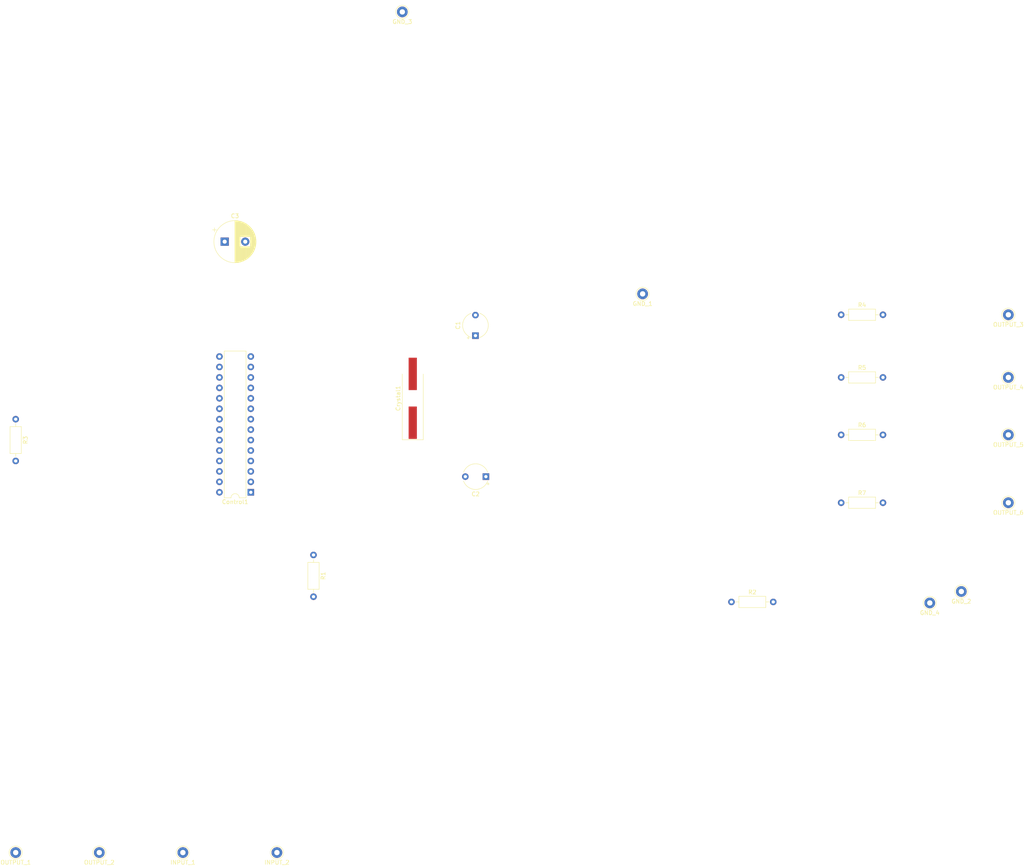
<source format=kicad_pcb>
(kicad_pcb (version 20171130) (host pcbnew "(5.1.6-0-10_14)")

  (general
    (thickness 1.6)
    (drawings 0)
    (tracks 0)
    (zones 0)
    (modules 24)
    (nets 31)
  )

  (page A4)
  (layers
    (0 F.Cu signal)
    (31 B.Cu signal)
    (32 B.Adhes user)
    (33 F.Adhes user)
    (34 B.Paste user)
    (35 F.Paste user)
    (36 B.SilkS user)
    (37 F.SilkS user)
    (38 B.Mask user)
    (39 F.Mask user)
    (40 Dwgs.User user)
    (41 Cmts.User user)
    (42 Eco1.User user)
    (43 Eco2.User user)
    (44 Edge.Cuts user)
    (45 Margin user)
    (46 B.CrtYd user)
    (47 F.CrtYd user)
    (48 B.Fab user)
    (49 F.Fab user)
  )

  (setup
    (last_trace_width 0.25)
    (trace_clearance 0.2)
    (zone_clearance 0.508)
    (zone_45_only no)
    (trace_min 0.2)
    (via_size 0.8)
    (via_drill 0.4)
    (via_min_size 0.4)
    (via_min_drill 0.3)
    (uvia_size 0.3)
    (uvia_drill 0.1)
    (uvias_allowed no)
    (uvia_min_size 0.2)
    (uvia_min_drill 0.1)
    (edge_width 0.05)
    (segment_width 0.2)
    (pcb_text_width 0.3)
    (pcb_text_size 1.5 1.5)
    (mod_edge_width 0.12)
    (mod_text_size 1 1)
    (mod_text_width 0.15)
    (pad_size 1.524 1.524)
    (pad_drill 0.762)
    (pad_to_mask_clearance 0.05)
    (aux_axis_origin 0 0)
    (visible_elements FFFFFF7F)
    (pcbplotparams
      (layerselection 0x010fc_ffffffff)
      (usegerberextensions false)
      (usegerberattributes true)
      (usegerberadvancedattributes true)
      (creategerberjobfile true)
      (excludeedgelayer true)
      (linewidth 0.100000)
      (plotframeref false)
      (viasonmask false)
      (mode 1)
      (useauxorigin false)
      (hpglpennumber 1)
      (hpglpenspeed 20)
      (hpglpendiameter 15.000000)
      (psnegative false)
      (psa4output false)
      (plotreference true)
      (plotvalue true)
      (plotinvisibletext false)
      (padsonsilk false)
      (subtractmaskfromsilk false)
      (outputformat 1)
      (mirror false)
      (drillshape 1)
      (scaleselection 1)
      (outputdirectory ""))
  )

  (net 0 "")
  (net 1 "Net-(C1-Pad1)")
  (net 2 GND)
  (net 3 "Net-(C2-Pad1)")
  (net 4 +5V)
  (net 5 "Net-(Control1-Pad1)")
  (net 6 D9)
  (net 7 RX)
  (net 8 D10)
  (net 9 TX)
  (net 10 D11)
  (net 11 D2)
  (net 12 D12)
  (net 13 D3)
  (net 14 D13)
  (net 15 D4)
  (net 16 "Net-(Control1-Pad21)")
  (net 17 A0)
  (net 18 A1)
  (net 19 D5)
  (net 20 A2)
  (net 21 D6)
  (net 22 A3)
  (net 23 D7)
  (net 24 A4)
  (net 25 D8)
  (net 26 A5)
  (net 27 "Net-(OUTPUT_3-Pad1)")
  (net 28 "Net-(OUTPUT_4-Pad1)")
  (net 29 "Net-(OUTPUT_5-Pad1)")
  (net 30 "Net-(OUTPUT_6-Pad1)")

  (net_class Default "This is the default net class."
    (clearance 0.2)
    (trace_width 0.25)
    (via_dia 0.8)
    (via_drill 0.4)
    (uvia_dia 0.3)
    (uvia_drill 0.1)
    (add_net +5V)
    (add_net A0)
    (add_net A1)
    (add_net A2)
    (add_net A3)
    (add_net A4)
    (add_net A5)
    (add_net D10)
    (add_net D11)
    (add_net D12)
    (add_net D13)
    (add_net D2)
    (add_net D3)
    (add_net D4)
    (add_net D5)
    (add_net D6)
    (add_net D7)
    (add_net D8)
    (add_net D9)
    (add_net GND)
    (add_net "Net-(C1-Pad1)")
    (add_net "Net-(C2-Pad1)")
    (add_net "Net-(Control1-Pad1)")
    (add_net "Net-(Control1-Pad21)")
    (add_net "Net-(OUTPUT_3-Pad1)")
    (add_net "Net-(OUTPUT_4-Pad1)")
    (add_net "Net-(OUTPUT_5-Pad1)")
    (add_net "Net-(OUTPUT_6-Pad1)")
    (add_net RX)
    (add_net TX)
  )

  (module Capacitor_THT:CP_Radial_Tantal_D6.0mm_P5.00mm (layer F.Cu) (tedit 5AE50EF0) (tstamp 5F5D9217)
    (at 140.97 62.23 90)
    (descr "CP, Radial_Tantal series, Radial, pin pitch=5.00mm, , diameter=6.0mm, Tantal Electrolytic Capacitor, http://cdn-reichelt.de/documents/datenblatt/B300/TANTAL-TB-Serie%23.pdf")
    (tags "CP Radial_Tantal series Radial pin pitch 5.00mm  diameter 6.0mm Tantal Electrolytic Capacitor")
    (path /5F5BF75C)
    (fp_text reference C1 (at 2.5 -4.25 90) (layer F.SilkS)
      (effects (font (size 1 1) (thickness 0.15)))
    )
    (fp_text value 22pF (at 2.5 4.25 90) (layer F.Fab)
      (effects (font (size 1 1) (thickness 0.15)))
    )
    (fp_line (start -0.539749 -2.055) (end -0.539749 -1.455) (layer F.SilkS) (width 0.12))
    (fp_line (start -0.839749 -1.755) (end -0.239749 -1.755) (layer F.SilkS) (width 0.12))
    (fp_line (start 0.235344 -1.6075) (end 0.235344 -1.0075) (layer F.Fab) (width 0.1))
    (fp_line (start -0.064656 -1.3075) (end 0.535344 -1.3075) (layer F.Fab) (width 0.1))
    (fp_circle (center 2.5 0) (end 6.22 0) (layer F.CrtYd) (width 0.05))
    (fp_circle (center 2.5 0) (end 5.5 0) (layer F.Fab) (width 0.1))
    (fp_arc (start 2.5 0) (end -0.434416 -1.06) (angle 140.277494) (layer F.SilkS) (width 0.12))
    (fp_arc (start 2.5 0) (end -0.434416 1.06) (angle -140.277494) (layer F.SilkS) (width 0.12))
    (fp_text user %R (at 2.5 0 90) (layer F.Fab)
      (effects (font (size 1 1) (thickness 0.15)))
    )
    (pad 1 thru_hole rect (at 0 0 90) (size 1.6 1.6) (drill 0.8) (layers *.Cu *.Mask)
      (net 1 "Net-(C1-Pad1)"))
    (pad 2 thru_hole circle (at 5 0 90) (size 1.6 1.6) (drill 0.8) (layers *.Cu *.Mask)
      (net 2 GND))
    (model ${KISYS3DMOD}/Capacitor_THT.3dshapes/CP_Radial_Tantal_D6.0mm_P5.00mm.wrl
      (at (xyz 0 0 0))
      (scale (xyz 1 1 1))
      (rotate (xyz 0 0 0))
    )
  )

  (module Capacitor_THT:CP_Radial_Tantal_D6.0mm_P5.00mm (layer F.Cu) (tedit 5AE50EF0) (tstamp 5F5D9226)
    (at 143.51 96.52 180)
    (descr "CP, Radial_Tantal series, Radial, pin pitch=5.00mm, , diameter=6.0mm, Tantal Electrolytic Capacitor, http://cdn-reichelt.de/documents/datenblatt/B300/TANTAL-TB-Serie%23.pdf")
    (tags "CP Radial_Tantal series Radial pin pitch 5.00mm  diameter 6.0mm Tantal Electrolytic Capacitor")
    (path /5F5BFA16)
    (fp_text reference C2 (at 2.5 -4.25) (layer F.SilkS)
      (effects (font (size 1 1) (thickness 0.15)))
    )
    (fp_text value 22pF (at 2.5 4.25) (layer F.Fab)
      (effects (font (size 1 1) (thickness 0.15)))
    )
    (fp_text user %R (at 2.5 0) (layer F.Fab)
      (effects (font (size 1 1) (thickness 0.15)))
    )
    (fp_arc (start 2.5 0) (end -0.434416 1.06) (angle -140.277494) (layer F.SilkS) (width 0.12))
    (fp_arc (start 2.5 0) (end -0.434416 -1.06) (angle 140.277494) (layer F.SilkS) (width 0.12))
    (fp_circle (center 2.5 0) (end 5.5 0) (layer F.Fab) (width 0.1))
    (fp_circle (center 2.5 0) (end 6.22 0) (layer F.CrtYd) (width 0.05))
    (fp_line (start -0.064656 -1.3075) (end 0.535344 -1.3075) (layer F.Fab) (width 0.1))
    (fp_line (start 0.235344 -1.6075) (end 0.235344 -1.0075) (layer F.Fab) (width 0.1))
    (fp_line (start -0.839749 -1.755) (end -0.239749 -1.755) (layer F.SilkS) (width 0.12))
    (fp_line (start -0.539749 -2.055) (end -0.539749 -1.455) (layer F.SilkS) (width 0.12))
    (pad 2 thru_hole circle (at 5 0 180) (size 1.6 1.6) (drill 0.8) (layers *.Cu *.Mask)
      (net 2 GND))
    (pad 1 thru_hole rect (at 0 0 180) (size 1.6 1.6) (drill 0.8) (layers *.Cu *.Mask)
      (net 3 "Net-(C2-Pad1)"))
    (model ${KISYS3DMOD}/Capacitor_THT.3dshapes/CP_Radial_Tantal_D6.0mm_P5.00mm.wrl
      (at (xyz 0 0 0))
      (scale (xyz 1 1 1))
      (rotate (xyz 0 0 0))
    )
  )

  (module Capacitor_THT:CP_Radial_D10.0mm_P5.00mm (layer F.Cu) (tedit 5AE50EF1) (tstamp 5F5D92F2)
    (at 80.01 39.37)
    (descr "CP, Radial series, Radial, pin pitch=5.00mm, , diameter=10mm, Electrolytic Capacitor")
    (tags "CP Radial series Radial pin pitch 5.00mm  diameter 10mm Electrolytic Capacitor")
    (path /5F5C003A)
    (fp_text reference C3 (at 2.5 -6.25) (layer F.SilkS)
      (effects (font (size 1 1) (thickness 0.15)))
    )
    (fp_text value 10uF (at 2.5 6.25) (layer F.Fab)
      (effects (font (size 1 1) (thickness 0.15)))
    )
    (fp_line (start -2.479646 -3.375) (end -2.479646 -2.375) (layer F.SilkS) (width 0.12))
    (fp_line (start -2.979646 -2.875) (end -1.979646 -2.875) (layer F.SilkS) (width 0.12))
    (fp_line (start 7.581 -0.599) (end 7.581 0.599) (layer F.SilkS) (width 0.12))
    (fp_line (start 7.541 -0.862) (end 7.541 0.862) (layer F.SilkS) (width 0.12))
    (fp_line (start 7.501 -1.062) (end 7.501 1.062) (layer F.SilkS) (width 0.12))
    (fp_line (start 7.461 -1.23) (end 7.461 1.23) (layer F.SilkS) (width 0.12))
    (fp_line (start 7.421 -1.378) (end 7.421 1.378) (layer F.SilkS) (width 0.12))
    (fp_line (start 7.381 -1.51) (end 7.381 1.51) (layer F.SilkS) (width 0.12))
    (fp_line (start 7.341 -1.63) (end 7.341 1.63) (layer F.SilkS) (width 0.12))
    (fp_line (start 7.301 -1.742) (end 7.301 1.742) (layer F.SilkS) (width 0.12))
    (fp_line (start 7.261 -1.846) (end 7.261 1.846) (layer F.SilkS) (width 0.12))
    (fp_line (start 7.221 -1.944) (end 7.221 1.944) (layer F.SilkS) (width 0.12))
    (fp_line (start 7.181 -2.037) (end 7.181 2.037) (layer F.SilkS) (width 0.12))
    (fp_line (start 7.141 -2.125) (end 7.141 2.125) (layer F.SilkS) (width 0.12))
    (fp_line (start 7.101 -2.209) (end 7.101 2.209) (layer F.SilkS) (width 0.12))
    (fp_line (start 7.061 -2.289) (end 7.061 2.289) (layer F.SilkS) (width 0.12))
    (fp_line (start 7.021 -2.365) (end 7.021 2.365) (layer F.SilkS) (width 0.12))
    (fp_line (start 6.981 -2.439) (end 6.981 2.439) (layer F.SilkS) (width 0.12))
    (fp_line (start 6.941 -2.51) (end 6.941 2.51) (layer F.SilkS) (width 0.12))
    (fp_line (start 6.901 -2.579) (end 6.901 2.579) (layer F.SilkS) (width 0.12))
    (fp_line (start 6.861 -2.645) (end 6.861 2.645) (layer F.SilkS) (width 0.12))
    (fp_line (start 6.821 -2.709) (end 6.821 2.709) (layer F.SilkS) (width 0.12))
    (fp_line (start 6.781 -2.77) (end 6.781 2.77) (layer F.SilkS) (width 0.12))
    (fp_line (start 6.741 -2.83) (end 6.741 2.83) (layer F.SilkS) (width 0.12))
    (fp_line (start 6.701 -2.889) (end 6.701 2.889) (layer F.SilkS) (width 0.12))
    (fp_line (start 6.661 -2.945) (end 6.661 2.945) (layer F.SilkS) (width 0.12))
    (fp_line (start 6.621 -3) (end 6.621 3) (layer F.SilkS) (width 0.12))
    (fp_line (start 6.581 -3.054) (end 6.581 3.054) (layer F.SilkS) (width 0.12))
    (fp_line (start 6.541 -3.106) (end 6.541 3.106) (layer F.SilkS) (width 0.12))
    (fp_line (start 6.501 -3.156) (end 6.501 3.156) (layer F.SilkS) (width 0.12))
    (fp_line (start 6.461 -3.206) (end 6.461 3.206) (layer F.SilkS) (width 0.12))
    (fp_line (start 6.421 -3.254) (end 6.421 3.254) (layer F.SilkS) (width 0.12))
    (fp_line (start 6.381 -3.301) (end 6.381 3.301) (layer F.SilkS) (width 0.12))
    (fp_line (start 6.341 -3.347) (end 6.341 3.347) (layer F.SilkS) (width 0.12))
    (fp_line (start 6.301 -3.392) (end 6.301 3.392) (layer F.SilkS) (width 0.12))
    (fp_line (start 6.261 -3.436) (end 6.261 3.436) (layer F.SilkS) (width 0.12))
    (fp_line (start 6.221 1.241) (end 6.221 3.478) (layer F.SilkS) (width 0.12))
    (fp_line (start 6.221 -3.478) (end 6.221 -1.241) (layer F.SilkS) (width 0.12))
    (fp_line (start 6.181 1.241) (end 6.181 3.52) (layer F.SilkS) (width 0.12))
    (fp_line (start 6.181 -3.52) (end 6.181 -1.241) (layer F.SilkS) (width 0.12))
    (fp_line (start 6.141 1.241) (end 6.141 3.561) (layer F.SilkS) (width 0.12))
    (fp_line (start 6.141 -3.561) (end 6.141 -1.241) (layer F.SilkS) (width 0.12))
    (fp_line (start 6.101 1.241) (end 6.101 3.601) (layer F.SilkS) (width 0.12))
    (fp_line (start 6.101 -3.601) (end 6.101 -1.241) (layer F.SilkS) (width 0.12))
    (fp_line (start 6.061 1.241) (end 6.061 3.64) (layer F.SilkS) (width 0.12))
    (fp_line (start 6.061 -3.64) (end 6.061 -1.241) (layer F.SilkS) (width 0.12))
    (fp_line (start 6.021 1.241) (end 6.021 3.679) (layer F.SilkS) (width 0.12))
    (fp_line (start 6.021 -3.679) (end 6.021 -1.241) (layer F.SilkS) (width 0.12))
    (fp_line (start 5.981 1.241) (end 5.981 3.716) (layer F.SilkS) (width 0.12))
    (fp_line (start 5.981 -3.716) (end 5.981 -1.241) (layer F.SilkS) (width 0.12))
    (fp_line (start 5.941 1.241) (end 5.941 3.753) (layer F.SilkS) (width 0.12))
    (fp_line (start 5.941 -3.753) (end 5.941 -1.241) (layer F.SilkS) (width 0.12))
    (fp_line (start 5.901 1.241) (end 5.901 3.789) (layer F.SilkS) (width 0.12))
    (fp_line (start 5.901 -3.789) (end 5.901 -1.241) (layer F.SilkS) (width 0.12))
    (fp_line (start 5.861 1.241) (end 5.861 3.824) (layer F.SilkS) (width 0.12))
    (fp_line (start 5.861 -3.824) (end 5.861 -1.241) (layer F.SilkS) (width 0.12))
    (fp_line (start 5.821 1.241) (end 5.821 3.858) (layer F.SilkS) (width 0.12))
    (fp_line (start 5.821 -3.858) (end 5.821 -1.241) (layer F.SilkS) (width 0.12))
    (fp_line (start 5.781 1.241) (end 5.781 3.892) (layer F.SilkS) (width 0.12))
    (fp_line (start 5.781 -3.892) (end 5.781 -1.241) (layer F.SilkS) (width 0.12))
    (fp_line (start 5.741 1.241) (end 5.741 3.925) (layer F.SilkS) (width 0.12))
    (fp_line (start 5.741 -3.925) (end 5.741 -1.241) (layer F.SilkS) (width 0.12))
    (fp_line (start 5.701 1.241) (end 5.701 3.957) (layer F.SilkS) (width 0.12))
    (fp_line (start 5.701 -3.957) (end 5.701 -1.241) (layer F.SilkS) (width 0.12))
    (fp_line (start 5.661 1.241) (end 5.661 3.989) (layer F.SilkS) (width 0.12))
    (fp_line (start 5.661 -3.989) (end 5.661 -1.241) (layer F.SilkS) (width 0.12))
    (fp_line (start 5.621 1.241) (end 5.621 4.02) (layer F.SilkS) (width 0.12))
    (fp_line (start 5.621 -4.02) (end 5.621 -1.241) (layer F.SilkS) (width 0.12))
    (fp_line (start 5.581 1.241) (end 5.581 4.05) (layer F.SilkS) (width 0.12))
    (fp_line (start 5.581 -4.05) (end 5.581 -1.241) (layer F.SilkS) (width 0.12))
    (fp_line (start 5.541 1.241) (end 5.541 4.08) (layer F.SilkS) (width 0.12))
    (fp_line (start 5.541 -4.08) (end 5.541 -1.241) (layer F.SilkS) (width 0.12))
    (fp_line (start 5.501 1.241) (end 5.501 4.11) (layer F.SilkS) (width 0.12))
    (fp_line (start 5.501 -4.11) (end 5.501 -1.241) (layer F.SilkS) (width 0.12))
    (fp_line (start 5.461 1.241) (end 5.461 4.138) (layer F.SilkS) (width 0.12))
    (fp_line (start 5.461 -4.138) (end 5.461 -1.241) (layer F.SilkS) (width 0.12))
    (fp_line (start 5.421 1.241) (end 5.421 4.166) (layer F.SilkS) (width 0.12))
    (fp_line (start 5.421 -4.166) (end 5.421 -1.241) (layer F.SilkS) (width 0.12))
    (fp_line (start 5.381 1.241) (end 5.381 4.194) (layer F.SilkS) (width 0.12))
    (fp_line (start 5.381 -4.194) (end 5.381 -1.241) (layer F.SilkS) (width 0.12))
    (fp_line (start 5.341 1.241) (end 5.341 4.221) (layer F.SilkS) (width 0.12))
    (fp_line (start 5.341 -4.221) (end 5.341 -1.241) (layer F.SilkS) (width 0.12))
    (fp_line (start 5.301 1.241) (end 5.301 4.247) (layer F.SilkS) (width 0.12))
    (fp_line (start 5.301 -4.247) (end 5.301 -1.241) (layer F.SilkS) (width 0.12))
    (fp_line (start 5.261 1.241) (end 5.261 4.273) (layer F.SilkS) (width 0.12))
    (fp_line (start 5.261 -4.273) (end 5.261 -1.241) (layer F.SilkS) (width 0.12))
    (fp_line (start 5.221 1.241) (end 5.221 4.298) (layer F.SilkS) (width 0.12))
    (fp_line (start 5.221 -4.298) (end 5.221 -1.241) (layer F.SilkS) (width 0.12))
    (fp_line (start 5.181 1.241) (end 5.181 4.323) (layer F.SilkS) (width 0.12))
    (fp_line (start 5.181 -4.323) (end 5.181 -1.241) (layer F.SilkS) (width 0.12))
    (fp_line (start 5.141 1.241) (end 5.141 4.347) (layer F.SilkS) (width 0.12))
    (fp_line (start 5.141 -4.347) (end 5.141 -1.241) (layer F.SilkS) (width 0.12))
    (fp_line (start 5.101 1.241) (end 5.101 4.371) (layer F.SilkS) (width 0.12))
    (fp_line (start 5.101 -4.371) (end 5.101 -1.241) (layer F.SilkS) (width 0.12))
    (fp_line (start 5.061 1.241) (end 5.061 4.395) (layer F.SilkS) (width 0.12))
    (fp_line (start 5.061 -4.395) (end 5.061 -1.241) (layer F.SilkS) (width 0.12))
    (fp_line (start 5.021 1.241) (end 5.021 4.417) (layer F.SilkS) (width 0.12))
    (fp_line (start 5.021 -4.417) (end 5.021 -1.241) (layer F.SilkS) (width 0.12))
    (fp_line (start 4.981 1.241) (end 4.981 4.44) (layer F.SilkS) (width 0.12))
    (fp_line (start 4.981 -4.44) (end 4.981 -1.241) (layer F.SilkS) (width 0.12))
    (fp_line (start 4.941 1.241) (end 4.941 4.462) (layer F.SilkS) (width 0.12))
    (fp_line (start 4.941 -4.462) (end 4.941 -1.241) (layer F.SilkS) (width 0.12))
    (fp_line (start 4.901 1.241) (end 4.901 4.483) (layer F.SilkS) (width 0.12))
    (fp_line (start 4.901 -4.483) (end 4.901 -1.241) (layer F.SilkS) (width 0.12))
    (fp_line (start 4.861 1.241) (end 4.861 4.504) (layer F.SilkS) (width 0.12))
    (fp_line (start 4.861 -4.504) (end 4.861 -1.241) (layer F.SilkS) (width 0.12))
    (fp_line (start 4.821 1.241) (end 4.821 4.525) (layer F.SilkS) (width 0.12))
    (fp_line (start 4.821 -4.525) (end 4.821 -1.241) (layer F.SilkS) (width 0.12))
    (fp_line (start 4.781 1.241) (end 4.781 4.545) (layer F.SilkS) (width 0.12))
    (fp_line (start 4.781 -4.545) (end 4.781 -1.241) (layer F.SilkS) (width 0.12))
    (fp_line (start 4.741 1.241) (end 4.741 4.564) (layer F.SilkS) (width 0.12))
    (fp_line (start 4.741 -4.564) (end 4.741 -1.241) (layer F.SilkS) (width 0.12))
    (fp_line (start 4.701 1.241) (end 4.701 4.584) (layer F.SilkS) (width 0.12))
    (fp_line (start 4.701 -4.584) (end 4.701 -1.241) (layer F.SilkS) (width 0.12))
    (fp_line (start 4.661 1.241) (end 4.661 4.603) (layer F.SilkS) (width 0.12))
    (fp_line (start 4.661 -4.603) (end 4.661 -1.241) (layer F.SilkS) (width 0.12))
    (fp_line (start 4.621 1.241) (end 4.621 4.621) (layer F.SilkS) (width 0.12))
    (fp_line (start 4.621 -4.621) (end 4.621 -1.241) (layer F.SilkS) (width 0.12))
    (fp_line (start 4.581 1.241) (end 4.581 4.639) (layer F.SilkS) (width 0.12))
    (fp_line (start 4.581 -4.639) (end 4.581 -1.241) (layer F.SilkS) (width 0.12))
    (fp_line (start 4.541 1.241) (end 4.541 4.657) (layer F.SilkS) (width 0.12))
    (fp_line (start 4.541 -4.657) (end 4.541 -1.241) (layer F.SilkS) (width 0.12))
    (fp_line (start 4.501 1.241) (end 4.501 4.674) (layer F.SilkS) (width 0.12))
    (fp_line (start 4.501 -4.674) (end 4.501 -1.241) (layer F.SilkS) (width 0.12))
    (fp_line (start 4.461 1.241) (end 4.461 4.69) (layer F.SilkS) (width 0.12))
    (fp_line (start 4.461 -4.69) (end 4.461 -1.241) (layer F.SilkS) (width 0.12))
    (fp_line (start 4.421 1.241) (end 4.421 4.707) (layer F.SilkS) (width 0.12))
    (fp_line (start 4.421 -4.707) (end 4.421 -1.241) (layer F.SilkS) (width 0.12))
    (fp_line (start 4.381 1.241) (end 4.381 4.723) (layer F.SilkS) (width 0.12))
    (fp_line (start 4.381 -4.723) (end 4.381 -1.241) (layer F.SilkS) (width 0.12))
    (fp_line (start 4.341 1.241) (end 4.341 4.738) (layer F.SilkS) (width 0.12))
    (fp_line (start 4.341 -4.738) (end 4.341 -1.241) (layer F.SilkS) (width 0.12))
    (fp_line (start 4.301 1.241) (end 4.301 4.754) (layer F.SilkS) (width 0.12))
    (fp_line (start 4.301 -4.754) (end 4.301 -1.241) (layer F.SilkS) (width 0.12))
    (fp_line (start 4.261 1.241) (end 4.261 4.768) (layer F.SilkS) (width 0.12))
    (fp_line (start 4.261 -4.768) (end 4.261 -1.241) (layer F.SilkS) (width 0.12))
    (fp_line (start 4.221 1.241) (end 4.221 4.783) (layer F.SilkS) (width 0.12))
    (fp_line (start 4.221 -4.783) (end 4.221 -1.241) (layer F.SilkS) (width 0.12))
    (fp_line (start 4.181 1.241) (end 4.181 4.797) (layer F.SilkS) (width 0.12))
    (fp_line (start 4.181 -4.797) (end 4.181 -1.241) (layer F.SilkS) (width 0.12))
    (fp_line (start 4.141 1.241) (end 4.141 4.811) (layer F.SilkS) (width 0.12))
    (fp_line (start 4.141 -4.811) (end 4.141 -1.241) (layer F.SilkS) (width 0.12))
    (fp_line (start 4.101 1.241) (end 4.101 4.824) (layer F.SilkS) (width 0.12))
    (fp_line (start 4.101 -4.824) (end 4.101 -1.241) (layer F.SilkS) (width 0.12))
    (fp_line (start 4.061 1.241) (end 4.061 4.837) (layer F.SilkS) (width 0.12))
    (fp_line (start 4.061 -4.837) (end 4.061 -1.241) (layer F.SilkS) (width 0.12))
    (fp_line (start 4.021 1.241) (end 4.021 4.85) (layer F.SilkS) (width 0.12))
    (fp_line (start 4.021 -4.85) (end 4.021 -1.241) (layer F.SilkS) (width 0.12))
    (fp_line (start 3.981 1.241) (end 3.981 4.862) (layer F.SilkS) (width 0.12))
    (fp_line (start 3.981 -4.862) (end 3.981 -1.241) (layer F.SilkS) (width 0.12))
    (fp_line (start 3.941 1.241) (end 3.941 4.874) (layer F.SilkS) (width 0.12))
    (fp_line (start 3.941 -4.874) (end 3.941 -1.241) (layer F.SilkS) (width 0.12))
    (fp_line (start 3.901 1.241) (end 3.901 4.885) (layer F.SilkS) (width 0.12))
    (fp_line (start 3.901 -4.885) (end 3.901 -1.241) (layer F.SilkS) (width 0.12))
    (fp_line (start 3.861 1.241) (end 3.861 4.897) (layer F.SilkS) (width 0.12))
    (fp_line (start 3.861 -4.897) (end 3.861 -1.241) (layer F.SilkS) (width 0.12))
    (fp_line (start 3.821 1.241) (end 3.821 4.907) (layer F.SilkS) (width 0.12))
    (fp_line (start 3.821 -4.907) (end 3.821 -1.241) (layer F.SilkS) (width 0.12))
    (fp_line (start 3.781 1.241) (end 3.781 4.918) (layer F.SilkS) (width 0.12))
    (fp_line (start 3.781 -4.918) (end 3.781 -1.241) (layer F.SilkS) (width 0.12))
    (fp_line (start 3.741 -4.928) (end 3.741 4.928) (layer F.SilkS) (width 0.12))
    (fp_line (start 3.701 -4.938) (end 3.701 4.938) (layer F.SilkS) (width 0.12))
    (fp_line (start 3.661 -4.947) (end 3.661 4.947) (layer F.SilkS) (width 0.12))
    (fp_line (start 3.621 -4.956) (end 3.621 4.956) (layer F.SilkS) (width 0.12))
    (fp_line (start 3.581 -4.965) (end 3.581 4.965) (layer F.SilkS) (width 0.12))
    (fp_line (start 3.541 -4.974) (end 3.541 4.974) (layer F.SilkS) (width 0.12))
    (fp_line (start 3.501 -4.982) (end 3.501 4.982) (layer F.SilkS) (width 0.12))
    (fp_line (start 3.461 -4.99) (end 3.461 4.99) (layer F.SilkS) (width 0.12))
    (fp_line (start 3.421 -4.997) (end 3.421 4.997) (layer F.SilkS) (width 0.12))
    (fp_line (start 3.381 -5.004) (end 3.381 5.004) (layer F.SilkS) (width 0.12))
    (fp_line (start 3.341 -5.011) (end 3.341 5.011) (layer F.SilkS) (width 0.12))
    (fp_line (start 3.301 -5.018) (end 3.301 5.018) (layer F.SilkS) (width 0.12))
    (fp_line (start 3.261 -5.024) (end 3.261 5.024) (layer F.SilkS) (width 0.12))
    (fp_line (start 3.221 -5.03) (end 3.221 5.03) (layer F.SilkS) (width 0.12))
    (fp_line (start 3.18 -5.035) (end 3.18 5.035) (layer F.SilkS) (width 0.12))
    (fp_line (start 3.14 -5.04) (end 3.14 5.04) (layer F.SilkS) (width 0.12))
    (fp_line (start 3.1 -5.045) (end 3.1 5.045) (layer F.SilkS) (width 0.12))
    (fp_line (start 3.06 -5.05) (end 3.06 5.05) (layer F.SilkS) (width 0.12))
    (fp_line (start 3.02 -5.054) (end 3.02 5.054) (layer F.SilkS) (width 0.12))
    (fp_line (start 2.98 -5.058) (end 2.98 5.058) (layer F.SilkS) (width 0.12))
    (fp_line (start 2.94 -5.062) (end 2.94 5.062) (layer F.SilkS) (width 0.12))
    (fp_line (start 2.9 -5.065) (end 2.9 5.065) (layer F.SilkS) (width 0.12))
    (fp_line (start 2.86 -5.068) (end 2.86 5.068) (layer F.SilkS) (width 0.12))
    (fp_line (start 2.82 -5.07) (end 2.82 5.07) (layer F.SilkS) (width 0.12))
    (fp_line (start 2.78 -5.073) (end 2.78 5.073) (layer F.SilkS) (width 0.12))
    (fp_line (start 2.74 -5.075) (end 2.74 5.075) (layer F.SilkS) (width 0.12))
    (fp_line (start 2.7 -5.077) (end 2.7 5.077) (layer F.SilkS) (width 0.12))
    (fp_line (start 2.66 -5.078) (end 2.66 5.078) (layer F.SilkS) (width 0.12))
    (fp_line (start 2.62 -5.079) (end 2.62 5.079) (layer F.SilkS) (width 0.12))
    (fp_line (start 2.58 -5.08) (end 2.58 5.08) (layer F.SilkS) (width 0.12))
    (fp_line (start 2.54 -5.08) (end 2.54 5.08) (layer F.SilkS) (width 0.12))
    (fp_line (start 2.5 -5.08) (end 2.5 5.08) (layer F.SilkS) (width 0.12))
    (fp_line (start -1.288861 -2.6875) (end -1.288861 -1.6875) (layer F.Fab) (width 0.1))
    (fp_line (start -1.788861 -2.1875) (end -0.788861 -2.1875) (layer F.Fab) (width 0.1))
    (fp_circle (center 2.5 0) (end 7.75 0) (layer F.CrtYd) (width 0.05))
    (fp_circle (center 2.5 0) (end 7.62 0) (layer F.SilkS) (width 0.12))
    (fp_circle (center 2.5 0) (end 7.5 0) (layer F.Fab) (width 0.1))
    (fp_text user %R (at 2.5 0) (layer F.Fab)
      (effects (font (size 1 1) (thickness 0.15)))
    )
    (pad 1 thru_hole rect (at 0 0) (size 2 2) (drill 1) (layers *.Cu *.Mask)
      (net 4 +5V))
    (pad 2 thru_hole circle (at 5 0) (size 2 2) (drill 1) (layers *.Cu *.Mask)
      (net 2 GND))
    (model ${KISYS3DMOD}/Capacitor_THT.3dshapes/CP_Radial_D10.0mm_P5.00mm.wrl
      (at (xyz 0 0 0))
      (scale (xyz 1 1 1))
      (rotate (xyz 0 0 0))
    )
  )

  (module Package_DIP:DIP-28_W7.62mm (layer F.Cu) (tedit 5A02E8C5) (tstamp 5F5D9322)
    (at 86.36 100.33 180)
    (descr "28-lead though-hole mounted DIP package, row spacing 7.62 mm (300 mils)")
    (tags "THT DIP DIL PDIP 2.54mm 7.62mm 300mil")
    (path /5F5BF002)
    (fp_text reference Control1 (at 3.81 -2.33) (layer F.SilkS)
      (effects (font (size 1 1) (thickness 0.15)))
    )
    (fp_text value ATmega328P-PU (at 3.81 35.35) (layer F.Fab)
      (effects (font (size 1 1) (thickness 0.15)))
    )
    (fp_line (start 8.7 -1.55) (end -1.1 -1.55) (layer F.CrtYd) (width 0.05))
    (fp_line (start 8.7 34.55) (end 8.7 -1.55) (layer F.CrtYd) (width 0.05))
    (fp_line (start -1.1 34.55) (end 8.7 34.55) (layer F.CrtYd) (width 0.05))
    (fp_line (start -1.1 -1.55) (end -1.1 34.55) (layer F.CrtYd) (width 0.05))
    (fp_line (start 6.46 -1.33) (end 4.81 -1.33) (layer F.SilkS) (width 0.12))
    (fp_line (start 6.46 34.35) (end 6.46 -1.33) (layer F.SilkS) (width 0.12))
    (fp_line (start 1.16 34.35) (end 6.46 34.35) (layer F.SilkS) (width 0.12))
    (fp_line (start 1.16 -1.33) (end 1.16 34.35) (layer F.SilkS) (width 0.12))
    (fp_line (start 2.81 -1.33) (end 1.16 -1.33) (layer F.SilkS) (width 0.12))
    (fp_line (start 0.635 -0.27) (end 1.635 -1.27) (layer F.Fab) (width 0.1))
    (fp_line (start 0.635 34.29) (end 0.635 -0.27) (layer F.Fab) (width 0.1))
    (fp_line (start 6.985 34.29) (end 0.635 34.29) (layer F.Fab) (width 0.1))
    (fp_line (start 6.985 -1.27) (end 6.985 34.29) (layer F.Fab) (width 0.1))
    (fp_line (start 1.635 -1.27) (end 6.985 -1.27) (layer F.Fab) (width 0.1))
    (fp_arc (start 3.81 -1.33) (end 2.81 -1.33) (angle -180) (layer F.SilkS) (width 0.12))
    (fp_text user %R (at 3.81 16.51) (layer F.Fab)
      (effects (font (size 1 1) (thickness 0.15)))
    )
    (pad 1 thru_hole rect (at 0 0 180) (size 1.6 1.6) (drill 0.8) (layers *.Cu *.Mask)
      (net 5 "Net-(Control1-Pad1)"))
    (pad 15 thru_hole oval (at 7.62 33.02 180) (size 1.6 1.6) (drill 0.8) (layers *.Cu *.Mask)
      (net 6 D9))
    (pad 2 thru_hole oval (at 0 2.54 180) (size 1.6 1.6) (drill 0.8) (layers *.Cu *.Mask)
      (net 7 RX))
    (pad 16 thru_hole oval (at 7.62 30.48 180) (size 1.6 1.6) (drill 0.8) (layers *.Cu *.Mask)
      (net 8 D10))
    (pad 3 thru_hole oval (at 0 5.08 180) (size 1.6 1.6) (drill 0.8) (layers *.Cu *.Mask)
      (net 9 TX))
    (pad 17 thru_hole oval (at 7.62 27.94 180) (size 1.6 1.6) (drill 0.8) (layers *.Cu *.Mask)
      (net 10 D11))
    (pad 4 thru_hole oval (at 0 7.62 180) (size 1.6 1.6) (drill 0.8) (layers *.Cu *.Mask)
      (net 11 D2))
    (pad 18 thru_hole oval (at 7.62 25.4 180) (size 1.6 1.6) (drill 0.8) (layers *.Cu *.Mask)
      (net 12 D12))
    (pad 5 thru_hole oval (at 0 10.16 180) (size 1.6 1.6) (drill 0.8) (layers *.Cu *.Mask)
      (net 13 D3))
    (pad 19 thru_hole oval (at 7.62 22.86 180) (size 1.6 1.6) (drill 0.8) (layers *.Cu *.Mask)
      (net 14 D13))
    (pad 6 thru_hole oval (at 0 12.7 180) (size 1.6 1.6) (drill 0.8) (layers *.Cu *.Mask)
      (net 15 D4))
    (pad 20 thru_hole oval (at 7.62 20.32 180) (size 1.6 1.6) (drill 0.8) (layers *.Cu *.Mask)
      (net 4 +5V))
    (pad 7 thru_hole oval (at 0 15.24 180) (size 1.6 1.6) (drill 0.8) (layers *.Cu *.Mask)
      (net 4 +5V))
    (pad 21 thru_hole oval (at 7.62 17.78 180) (size 1.6 1.6) (drill 0.8) (layers *.Cu *.Mask)
      (net 16 "Net-(Control1-Pad21)"))
    (pad 8 thru_hole oval (at 0 17.78 180) (size 1.6 1.6) (drill 0.8) (layers *.Cu *.Mask)
      (net 2 GND))
    (pad 22 thru_hole oval (at 7.62 15.24 180) (size 1.6 1.6) (drill 0.8) (layers *.Cu *.Mask)
      (net 2 GND))
    (pad 9 thru_hole oval (at 0 20.32 180) (size 1.6 1.6) (drill 0.8) (layers *.Cu *.Mask)
      (net 1 "Net-(C1-Pad1)"))
    (pad 23 thru_hole oval (at 7.62 12.7 180) (size 1.6 1.6) (drill 0.8) (layers *.Cu *.Mask)
      (net 17 A0))
    (pad 10 thru_hole oval (at 0 22.86 180) (size 1.6 1.6) (drill 0.8) (layers *.Cu *.Mask)
      (net 3 "Net-(C2-Pad1)"))
    (pad 24 thru_hole oval (at 7.62 10.16 180) (size 1.6 1.6) (drill 0.8) (layers *.Cu *.Mask)
      (net 18 A1))
    (pad 11 thru_hole oval (at 0 25.4 180) (size 1.6 1.6) (drill 0.8) (layers *.Cu *.Mask)
      (net 19 D5))
    (pad 25 thru_hole oval (at 7.62 7.62 180) (size 1.6 1.6) (drill 0.8) (layers *.Cu *.Mask)
      (net 20 A2))
    (pad 12 thru_hole oval (at 0 27.94 180) (size 1.6 1.6) (drill 0.8) (layers *.Cu *.Mask)
      (net 21 D6))
    (pad 26 thru_hole oval (at 7.62 5.08 180) (size 1.6 1.6) (drill 0.8) (layers *.Cu *.Mask)
      (net 22 A3))
    (pad 13 thru_hole oval (at 0 30.48 180) (size 1.6 1.6) (drill 0.8) (layers *.Cu *.Mask)
      (net 23 D7))
    (pad 27 thru_hole oval (at 7.62 2.54 180) (size 1.6 1.6) (drill 0.8) (layers *.Cu *.Mask)
      (net 24 A4))
    (pad 14 thru_hole oval (at 0 33.02 180) (size 1.6 1.6) (drill 0.8) (layers *.Cu *.Mask)
      (net 25 D8))
    (pad 28 thru_hole oval (at 7.62 0 180) (size 1.6 1.6) (drill 0.8) (layers *.Cu *.Mask)
      (net 26 A5))
    (model ${KISYS3DMOD}/Package_DIP.3dshapes/DIP-28_W7.62mm.wrl
      (at (xyz 0 0 0))
      (scale (xyz 1 1 1))
      (rotate (xyz 0 0 0))
    )
  )

  (module Crystal:Crystal_SMD_HC49-SD_HandSoldering (layer F.Cu) (tedit 5A1AD52C) (tstamp 5F5D9338)
    (at 125.73 77.47 90)
    (descr "SMD Crystal HC-49-SD http://cdn-reichelt.de/documents/datenblatt/B400/xxx-HC49-SMD.pdf, hand-soldering, 11.4x4.7mm^2 package")
    (tags "SMD SMT crystal hand-soldering")
    (path /5F5A2950)
    (attr smd)
    (fp_text reference Crystal1 (at 0 -3.55 90) (layer F.SilkS)
      (effects (font (size 1 1) (thickness 0.15)))
    )
    (fp_text value 16Mhz (at 0 3.55 90) (layer F.Fab)
      (effects (font (size 1 1) (thickness 0.15)))
    )
    (fp_line (start 10.2 -2.6) (end -10.2 -2.6) (layer F.CrtYd) (width 0.05))
    (fp_line (start 10.2 2.6) (end 10.2 -2.6) (layer F.CrtYd) (width 0.05))
    (fp_line (start -10.2 2.6) (end 10.2 2.6) (layer F.CrtYd) (width 0.05))
    (fp_line (start -10.2 -2.6) (end -10.2 2.6) (layer F.CrtYd) (width 0.05))
    (fp_line (start -10.075 2.55) (end 5.9 2.55) (layer F.SilkS) (width 0.12))
    (fp_line (start -10.075 -2.55) (end -10.075 2.55) (layer F.SilkS) (width 0.12))
    (fp_line (start 5.9 -2.55) (end -10.075 -2.55) (layer F.SilkS) (width 0.12))
    (fp_line (start -3.015 2.115) (end 3.015 2.115) (layer F.Fab) (width 0.1))
    (fp_line (start -3.015 -2.115) (end 3.015 -2.115) (layer F.Fab) (width 0.1))
    (fp_line (start 5.7 -2.35) (end -5.7 -2.35) (layer F.Fab) (width 0.1))
    (fp_line (start 5.7 2.35) (end 5.7 -2.35) (layer F.Fab) (width 0.1))
    (fp_line (start -5.7 2.35) (end 5.7 2.35) (layer F.Fab) (width 0.1))
    (fp_line (start -5.7 -2.35) (end -5.7 2.35) (layer F.Fab) (width 0.1))
    (fp_text user %R (at 0 0 90) (layer F.Fab)
      (effects (font (size 1 1) (thickness 0.15)))
    )
    (fp_arc (start -3.015 0) (end -3.015 -2.115) (angle -180) (layer F.Fab) (width 0.1))
    (fp_arc (start 3.015 0) (end 3.015 -2.115) (angle 180) (layer F.Fab) (width 0.1))
    (pad 1 smd rect (at -5.9375 0 90) (size 7.875 2) (layers F.Cu F.Paste F.Mask)
      (net 1 "Net-(C1-Pad1)"))
    (pad 2 smd rect (at 5.9375 0 90) (size 7.875 2) (layers F.Cu F.Paste F.Mask)
      (net 3 "Net-(C2-Pad1)"))
    (model ${KISYS3DMOD}/Crystal.3dshapes/Crystal_SMD_HC49-SD.wrl
      (at (xyz 0 0 0))
      (scale (xyz 1 1 1))
      (rotate (xyz 0 0 0))
    )
  )

  (module Connector_Pin:Pin_D1.3mm_L11.0mm (layer F.Cu) (tedit 5A1DC085) (tstamp 5F5D9342)
    (at 181.61 52.07)
    (descr "solder Pin_ diameter 1.3mm, hole diameter 1.3mm, length 11.0mm")
    (tags "solder Pin_ pressfit")
    (path /5F7C899F)
    (fp_text reference GND_1 (at 0 2.4) (layer F.SilkS)
      (effects (font (size 1 1) (thickness 0.15)))
    )
    (fp_text value 5v (at 0 -2.05) (layer F.Fab)
      (effects (font (size 1 1) (thickness 0.15)))
    )
    (fp_text user %R (at 0 2.4) (layer F.Fab)
      (effects (font (size 1 1) (thickness 0.15)))
    )
    (fp_circle (center 0 0) (end 1.8 0) (layer F.CrtYd) (width 0.05))
    (fp_circle (center 0 0) (end 0.65 -0.05) (layer F.Fab) (width 0.12))
    (fp_circle (center 0 0) (end 1.25 -0.05) (layer F.Fab) (width 0.12))
    (fp_circle (center 0 0) (end 1.6 0.05) (layer F.SilkS) (width 0.12))
    (pad 1 thru_hole circle (at 0 0) (size 2.6 2.6) (drill 1.3) (layers *.Cu *.Mask)
      (net 2 GND))
    (model ${KISYS3DMOD}/Connector_Pin.3dshapes/Pin_D1.3mm_L11.0mm.wrl
      (at (xyz 0 0 0))
      (scale (xyz 1 1 1))
      (rotate (xyz 0 0 0))
    )
  )

  (module Connector_Pin:Pin_D1.3mm_L11.0mm (layer F.Cu) (tedit 5A1DC085) (tstamp 5F5D934C)
    (at 259.08 124.46)
    (descr "solder Pin_ diameter 1.3mm, hole diameter 1.3mm, length 11.0mm")
    (tags "solder Pin_ pressfit")
    (path /5F7C842F)
    (fp_text reference GND_2 (at 0 2.4) (layer F.SilkS)
      (effects (font (size 1 1) (thickness 0.15)))
    )
    (fp_text value 5v (at 0 -2.05) (layer F.Fab)
      (effects (font (size 1 1) (thickness 0.15)))
    )
    (fp_circle (center 0 0) (end 1.6 0.05) (layer F.SilkS) (width 0.12))
    (fp_circle (center 0 0) (end 1.25 -0.05) (layer F.Fab) (width 0.12))
    (fp_circle (center 0 0) (end 0.65 -0.05) (layer F.Fab) (width 0.12))
    (fp_circle (center 0 0) (end 1.8 0) (layer F.CrtYd) (width 0.05))
    (fp_text user %R (at 0 2.4) (layer F.Fab)
      (effects (font (size 1 1) (thickness 0.15)))
    )
    (pad 1 thru_hole circle (at 0 0) (size 2.6 2.6) (drill 1.3) (layers *.Cu *.Mask)
      (net 2 GND))
    (model ${KISYS3DMOD}/Connector_Pin.3dshapes/Pin_D1.3mm_L11.0mm.wrl
      (at (xyz 0 0 0))
      (scale (xyz 1 1 1))
      (rotate (xyz 0 0 0))
    )
  )

  (module Connector_Pin:Pin_D1.3mm_L11.0mm (layer F.Cu) (tedit 5A1DC085) (tstamp 5F5D9356)
    (at 123.19 -16.51)
    (descr "solder Pin_ diameter 1.3mm, hole diameter 1.3mm, length 11.0mm")
    (tags "solder Pin_ pressfit")
    (path /5F7C7F52)
    (fp_text reference GND_3 (at 0 2.4) (layer F.SilkS)
      (effects (font (size 1 1) (thickness 0.15)))
    )
    (fp_text value 5v (at 0 -2.05) (layer F.Fab)
      (effects (font (size 1 1) (thickness 0.15)))
    )
    (fp_text user %R (at 0 2.4) (layer F.Fab)
      (effects (font (size 1 1) (thickness 0.15)))
    )
    (fp_circle (center 0 0) (end 1.8 0) (layer F.CrtYd) (width 0.05))
    (fp_circle (center 0 0) (end 0.65 -0.05) (layer F.Fab) (width 0.12))
    (fp_circle (center 0 0) (end 1.25 -0.05) (layer F.Fab) (width 0.12))
    (fp_circle (center 0 0) (end 1.6 0.05) (layer F.SilkS) (width 0.12))
    (pad 1 thru_hole circle (at 0 0) (size 2.6 2.6) (drill 1.3) (layers *.Cu *.Mask)
      (net 2 GND))
    (model ${KISYS3DMOD}/Connector_Pin.3dshapes/Pin_D1.3mm_L11.0mm.wrl
      (at (xyz 0 0 0))
      (scale (xyz 1 1 1))
      (rotate (xyz 0 0 0))
    )
  )

  (module Connector_Pin:Pin_D1.3mm_L11.0mm (layer F.Cu) (tedit 5A1DC085) (tstamp 5F5D9360)
    (at 251.415001 127.245001)
    (descr "solder Pin_ diameter 1.3mm, hole diameter 1.3mm, length 11.0mm")
    (tags "solder Pin_ pressfit")
    (path /5F7C7770)
    (fp_text reference GND_4 (at 0 2.4) (layer F.SilkS)
      (effects (font (size 1 1) (thickness 0.15)))
    )
    (fp_text value 5v (at 0 -2.05) (layer F.Fab)
      (effects (font (size 1 1) (thickness 0.15)))
    )
    (fp_circle (center 0 0) (end 1.6 0.05) (layer F.SilkS) (width 0.12))
    (fp_circle (center 0 0) (end 1.25 -0.05) (layer F.Fab) (width 0.12))
    (fp_circle (center 0 0) (end 0.65 -0.05) (layer F.Fab) (width 0.12))
    (fp_circle (center 0 0) (end 1.8 0) (layer F.CrtYd) (width 0.05))
    (fp_text user %R (at 0 2.4) (layer F.Fab)
      (effects (font (size 1 1) (thickness 0.15)))
    )
    (pad 1 thru_hole circle (at 0 0) (size 2.6 2.6) (drill 1.3) (layers *.Cu *.Mask)
      (net 2 GND))
    (model ${KISYS3DMOD}/Connector_Pin.3dshapes/Pin_D1.3mm_L11.0mm.wrl
      (at (xyz 0 0 0))
      (scale (xyz 1 1 1))
      (rotate (xyz 0 0 0))
    )
  )

  (module Connector_Pin:Pin_D1.3mm_L11.0mm (layer F.Cu) (tedit 5A1DC085) (tstamp 5F5D936A)
    (at 69.85 187.96)
    (descr "solder Pin_ diameter 1.3mm, hole diameter 1.3mm, length 11.0mm")
    (tags "solder Pin_ pressfit")
    (path /5F787B3E)
    (fp_text reference INPUT_1 (at 0 2.4) (layer F.SilkS)
      (effects (font (size 1 1) (thickness 0.15)))
    )
    (fp_text value 5v (at 0 -2.05) (layer F.Fab)
      (effects (font (size 1 1) (thickness 0.15)))
    )
    (fp_circle (center 0 0) (end 1.6 0.05) (layer F.SilkS) (width 0.12))
    (fp_circle (center 0 0) (end 1.25 -0.05) (layer F.Fab) (width 0.12))
    (fp_circle (center 0 0) (end 0.65 -0.05) (layer F.Fab) (width 0.12))
    (fp_circle (center 0 0) (end 1.8 0) (layer F.CrtYd) (width 0.05))
    (fp_text user %R (at 0 2.4) (layer F.Fab)
      (effects (font (size 1 1) (thickness 0.15)))
    )
    (pad 1 thru_hole circle (at 0 0) (size 2.6 2.6) (drill 1.3) (layers *.Cu *.Mask)
      (net 18 A1))
    (model ${KISYS3DMOD}/Connector_Pin.3dshapes/Pin_D1.3mm_L11.0mm.wrl
      (at (xyz 0 0 0))
      (scale (xyz 1 1 1))
      (rotate (xyz 0 0 0))
    )
  )

  (module Connector_Pin:Pin_D1.3mm_L11.0mm (layer F.Cu) (tedit 5A1DC085) (tstamp 5F5D9374)
    (at 92.71 187.96)
    (descr "solder Pin_ diameter 1.3mm, hole diameter 1.3mm, length 11.0mm")
    (tags "solder Pin_ pressfit")
    (path /5F789F90)
    (fp_text reference INPUT_2 (at 0 2.4) (layer F.SilkS)
      (effects (font (size 1 1) (thickness 0.15)))
    )
    (fp_text value 5v (at 0 -2.05) (layer F.Fab)
      (effects (font (size 1 1) (thickness 0.15)))
    )
    (fp_text user %R (at 0 2.4) (layer F.Fab)
      (effects (font (size 1 1) (thickness 0.15)))
    )
    (fp_circle (center 0 0) (end 1.8 0) (layer F.CrtYd) (width 0.05))
    (fp_circle (center 0 0) (end 0.65 -0.05) (layer F.Fab) (width 0.12))
    (fp_circle (center 0 0) (end 1.25 -0.05) (layer F.Fab) (width 0.12))
    (fp_circle (center 0 0) (end 1.6 0.05) (layer F.SilkS) (width 0.12))
    (pad 1 thru_hole circle (at 0 0) (size 2.6 2.6) (drill 1.3) (layers *.Cu *.Mask)
      (net 17 A0))
    (model ${KISYS3DMOD}/Connector_Pin.3dshapes/Pin_D1.3mm_L11.0mm.wrl
      (at (xyz 0 0 0))
      (scale (xyz 1 1 1))
      (rotate (xyz 0 0 0))
    )
  )

  (module Connector_Pin:Pin_D1.3mm_L11.0mm (layer F.Cu) (tedit 5A1DC085) (tstamp 5F5D937E)
    (at 29.21 187.96)
    (descr "solder Pin_ diameter 1.3mm, hole diameter 1.3mm, length 11.0mm")
    (tags "solder Pin_ pressfit")
    (path /5F78F3E5)
    (fp_text reference OUTPUT_1 (at 0 2.4) (layer F.SilkS)
      (effects (font (size 1 1) (thickness 0.15)))
    )
    (fp_text value 5v (at 0 -2.05) (layer F.Fab)
      (effects (font (size 1 1) (thickness 0.15)))
    )
    (fp_circle (center 0 0) (end 1.6 0.05) (layer F.SilkS) (width 0.12))
    (fp_circle (center 0 0) (end 1.25 -0.05) (layer F.Fab) (width 0.12))
    (fp_circle (center 0 0) (end 0.65 -0.05) (layer F.Fab) (width 0.12))
    (fp_circle (center 0 0) (end 1.8 0) (layer F.CrtYd) (width 0.05))
    (fp_text user %R (at 0 2.4) (layer F.Fab)
      (effects (font (size 1 1) (thickness 0.15)))
    )
    (pad 1 thru_hole circle (at 0 0) (size 2.6 2.6) (drill 1.3) (layers *.Cu *.Mask)
      (net 4 +5V))
    (model ${KISYS3DMOD}/Connector_Pin.3dshapes/Pin_D1.3mm_L11.0mm.wrl
      (at (xyz 0 0 0))
      (scale (xyz 1 1 1))
      (rotate (xyz 0 0 0))
    )
  )

  (module Connector_Pin:Pin_D1.3mm_L11.0mm (layer F.Cu) (tedit 5A1DC085) (tstamp 5F5D9388)
    (at 49.53 187.96)
    (descr "solder Pin_ diameter 1.3mm, hole diameter 1.3mm, length 11.0mm")
    (tags "solder Pin_ pressfit")
    (path /5F79335B)
    (fp_text reference OUTPUT_2 (at 0 2.4) (layer F.SilkS)
      (effects (font (size 1 1) (thickness 0.15)))
    )
    (fp_text value 5v (at 0 -2.05) (layer F.Fab)
      (effects (font (size 1 1) (thickness 0.15)))
    )
    (fp_text user %R (at 0 2.4) (layer F.Fab)
      (effects (font (size 1 1) (thickness 0.15)))
    )
    (fp_circle (center 0 0) (end 1.8 0) (layer F.CrtYd) (width 0.05))
    (fp_circle (center 0 0) (end 0.65 -0.05) (layer F.Fab) (width 0.12))
    (fp_circle (center 0 0) (end 1.25 -0.05) (layer F.Fab) (width 0.12))
    (fp_circle (center 0 0) (end 1.6 0.05) (layer F.SilkS) (width 0.12))
    (pad 1 thru_hole circle (at 0 0) (size 2.6 2.6) (drill 1.3) (layers *.Cu *.Mask)
      (net 4 +5V))
    (model ${KISYS3DMOD}/Connector_Pin.3dshapes/Pin_D1.3mm_L11.0mm.wrl
      (at (xyz 0 0 0))
      (scale (xyz 1 1 1))
      (rotate (xyz 0 0 0))
    )
  )

  (module Connector_Pin:Pin_D1.3mm_L11.0mm (layer F.Cu) (tedit 5A1DC085) (tstamp 5F5D9392)
    (at 270.51 57.15)
    (descr "solder Pin_ diameter 1.3mm, hole diameter 1.3mm, length 11.0mm")
    (tags "solder Pin_ pressfit")
    (path /5F7B40CC)
    (fp_text reference OUTPUT_3 (at 0 2.4) (layer F.SilkS)
      (effects (font (size 1 1) (thickness 0.15)))
    )
    (fp_text value 5v (at 0 -2.05) (layer F.Fab)
      (effects (font (size 1 1) (thickness 0.15)))
    )
    (fp_circle (center 0 0) (end 1.6 0.05) (layer F.SilkS) (width 0.12))
    (fp_circle (center 0 0) (end 1.25 -0.05) (layer F.Fab) (width 0.12))
    (fp_circle (center 0 0) (end 0.65 -0.05) (layer F.Fab) (width 0.12))
    (fp_circle (center 0 0) (end 1.8 0) (layer F.CrtYd) (width 0.05))
    (fp_text user %R (at 0 2.4) (layer F.Fab)
      (effects (font (size 1 1) (thickness 0.15)))
    )
    (pad 1 thru_hole circle (at 0 0) (size 2.6 2.6) (drill 1.3) (layers *.Cu *.Mask)
      (net 27 "Net-(OUTPUT_3-Pad1)"))
    (model ${KISYS3DMOD}/Connector_Pin.3dshapes/Pin_D1.3mm_L11.0mm.wrl
      (at (xyz 0 0 0))
      (scale (xyz 1 1 1))
      (rotate (xyz 0 0 0))
    )
  )

  (module Connector_Pin:Pin_D1.3mm_L11.0mm (layer F.Cu) (tedit 5A1DC085) (tstamp 5F5D939C)
    (at 270.51 72.39)
    (descr "solder Pin_ diameter 1.3mm, hole diameter 1.3mm, length 11.0mm")
    (tags "solder Pin_ pressfit")
    (path /5F7B583C)
    (fp_text reference OUTPUT_4 (at 0 2.4) (layer F.SilkS)
      (effects (font (size 1 1) (thickness 0.15)))
    )
    (fp_text value 5v (at 0 -2.05) (layer F.Fab)
      (effects (font (size 1 1) (thickness 0.15)))
    )
    (fp_text user %R (at 0 2.4) (layer F.Fab)
      (effects (font (size 1 1) (thickness 0.15)))
    )
    (fp_circle (center 0 0) (end 1.8 0) (layer F.CrtYd) (width 0.05))
    (fp_circle (center 0 0) (end 0.65 -0.05) (layer F.Fab) (width 0.12))
    (fp_circle (center 0 0) (end 1.25 -0.05) (layer F.Fab) (width 0.12))
    (fp_circle (center 0 0) (end 1.6 0.05) (layer F.SilkS) (width 0.12))
    (pad 1 thru_hole circle (at 0 0) (size 2.6 2.6) (drill 1.3) (layers *.Cu *.Mask)
      (net 28 "Net-(OUTPUT_4-Pad1)"))
    (model ${KISYS3DMOD}/Connector_Pin.3dshapes/Pin_D1.3mm_L11.0mm.wrl
      (at (xyz 0 0 0))
      (scale (xyz 1 1 1))
      (rotate (xyz 0 0 0))
    )
  )

  (module Connector_Pin:Pin_D1.3mm_L11.0mm (layer F.Cu) (tedit 5A1DC085) (tstamp 5F5D93A6)
    (at 270.51 86.36)
    (descr "solder Pin_ diameter 1.3mm, hole diameter 1.3mm, length 11.0mm")
    (tags "solder Pin_ pressfit")
    (path /5F7B59E6)
    (fp_text reference OUTPUT_5 (at 0 2.4) (layer F.SilkS)
      (effects (font (size 1 1) (thickness 0.15)))
    )
    (fp_text value 5v (at 0 -2.05) (layer F.Fab)
      (effects (font (size 1 1) (thickness 0.15)))
    )
    (fp_circle (center 0 0) (end 1.6 0.05) (layer F.SilkS) (width 0.12))
    (fp_circle (center 0 0) (end 1.25 -0.05) (layer F.Fab) (width 0.12))
    (fp_circle (center 0 0) (end 0.65 -0.05) (layer F.Fab) (width 0.12))
    (fp_circle (center 0 0) (end 1.8 0) (layer F.CrtYd) (width 0.05))
    (fp_text user %R (at 0 2.4) (layer F.Fab)
      (effects (font (size 1 1) (thickness 0.15)))
    )
    (pad 1 thru_hole circle (at 0 0) (size 2.6 2.6) (drill 1.3) (layers *.Cu *.Mask)
      (net 29 "Net-(OUTPUT_5-Pad1)"))
    (model ${KISYS3DMOD}/Connector_Pin.3dshapes/Pin_D1.3mm_L11.0mm.wrl
      (at (xyz 0 0 0))
      (scale (xyz 1 1 1))
      (rotate (xyz 0 0 0))
    )
  )

  (module Connector_Pin:Pin_D1.3mm_L11.0mm (layer F.Cu) (tedit 5A1DC085) (tstamp 5F5D93B0)
    (at 270.51 102.87)
    (descr "solder Pin_ diameter 1.3mm, hole diameter 1.3mm, length 11.0mm")
    (tags "solder Pin_ pressfit")
    (path /5F7B603D)
    (fp_text reference OUTPUT_6 (at 0 2.4) (layer F.SilkS)
      (effects (font (size 1 1) (thickness 0.15)))
    )
    (fp_text value 5v (at 0 -2.05) (layer F.Fab)
      (effects (font (size 1 1) (thickness 0.15)))
    )
    (fp_text user %R (at 0 2.4) (layer F.Fab)
      (effects (font (size 1 1) (thickness 0.15)))
    )
    (fp_circle (center 0 0) (end 1.8 0) (layer F.CrtYd) (width 0.05))
    (fp_circle (center 0 0) (end 0.65 -0.05) (layer F.Fab) (width 0.12))
    (fp_circle (center 0 0) (end 1.25 -0.05) (layer F.Fab) (width 0.12))
    (fp_circle (center 0 0) (end 1.6 0.05) (layer F.SilkS) (width 0.12))
    (pad 1 thru_hole circle (at 0 0) (size 2.6 2.6) (drill 1.3) (layers *.Cu *.Mask)
      (net 30 "Net-(OUTPUT_6-Pad1)"))
    (model ${KISYS3DMOD}/Connector_Pin.3dshapes/Pin_D1.3mm_L11.0mm.wrl
      (at (xyz 0 0 0))
      (scale (xyz 1 1 1))
      (rotate (xyz 0 0 0))
    )
  )

  (module Resistor_THT:R_Axial_DIN0207_L6.3mm_D2.5mm_P10.16mm_Horizontal (layer F.Cu) (tedit 5AE5139B) (tstamp 5F5D93C7)
    (at 101.6 115.57 270)
    (descr "Resistor, Axial_DIN0207 series, Axial, Horizontal, pin pitch=10.16mm, 0.25W = 1/4W, length*diameter=6.3*2.5mm^2, http://cdn-reichelt.de/documents/datenblatt/B400/1_4W%23YAG.pdf")
    (tags "Resistor Axial_DIN0207 series Axial Horizontal pin pitch 10.16mm 0.25W = 1/4W length 6.3mm diameter 2.5mm")
    (path /5F5A495B)
    (fp_text reference R1 (at 5.08 -2.37 90) (layer F.SilkS)
      (effects (font (size 1 1) (thickness 0.15)))
    )
    (fp_text value 10k (at 5.08 2.37 90) (layer F.Fab)
      (effects (font (size 1 1) (thickness 0.15)))
    )
    (fp_line (start 11.21 -1.5) (end -1.05 -1.5) (layer F.CrtYd) (width 0.05))
    (fp_line (start 11.21 1.5) (end 11.21 -1.5) (layer F.CrtYd) (width 0.05))
    (fp_line (start -1.05 1.5) (end 11.21 1.5) (layer F.CrtYd) (width 0.05))
    (fp_line (start -1.05 -1.5) (end -1.05 1.5) (layer F.CrtYd) (width 0.05))
    (fp_line (start 9.12 0) (end 8.35 0) (layer F.SilkS) (width 0.12))
    (fp_line (start 1.04 0) (end 1.81 0) (layer F.SilkS) (width 0.12))
    (fp_line (start 8.35 -1.37) (end 1.81 -1.37) (layer F.SilkS) (width 0.12))
    (fp_line (start 8.35 1.37) (end 8.35 -1.37) (layer F.SilkS) (width 0.12))
    (fp_line (start 1.81 1.37) (end 8.35 1.37) (layer F.SilkS) (width 0.12))
    (fp_line (start 1.81 -1.37) (end 1.81 1.37) (layer F.SilkS) (width 0.12))
    (fp_line (start 10.16 0) (end 8.23 0) (layer F.Fab) (width 0.1))
    (fp_line (start 0 0) (end 1.93 0) (layer F.Fab) (width 0.1))
    (fp_line (start 8.23 -1.25) (end 1.93 -1.25) (layer F.Fab) (width 0.1))
    (fp_line (start 8.23 1.25) (end 8.23 -1.25) (layer F.Fab) (width 0.1))
    (fp_line (start 1.93 1.25) (end 8.23 1.25) (layer F.Fab) (width 0.1))
    (fp_line (start 1.93 -1.25) (end 1.93 1.25) (layer F.Fab) (width 0.1))
    (fp_text user %R (at 5.08 0 90) (layer F.Fab)
      (effects (font (size 1 1) (thickness 0.15)))
    )
    (pad 1 thru_hole circle (at 0 0 270) (size 1.6 1.6) (drill 0.8) (layers *.Cu *.Mask)
      (net 4 +5V))
    (pad 2 thru_hole oval (at 10.16 0 270) (size 1.6 1.6) (drill 0.8) (layers *.Cu *.Mask)
      (net 5 "Net-(Control1-Pad1)"))
    (model ${KISYS3DMOD}/Resistor_THT.3dshapes/R_Axial_DIN0207_L6.3mm_D2.5mm_P10.16mm_Horizontal.wrl
      (at (xyz 0 0 0))
      (scale (xyz 1 1 1))
      (rotate (xyz 0 0 0))
    )
  )

  (module Resistor_THT:R_Axial_DIN0207_L6.3mm_D2.5mm_P10.16mm_Horizontal (layer F.Cu) (tedit 5AE5139B) (tstamp 5F5D93DE)
    (at 203.2 127)
    (descr "Resistor, Axial_DIN0207 series, Axial, Horizontal, pin pitch=10.16mm, 0.25W = 1/4W, length*diameter=6.3*2.5mm^2, http://cdn-reichelt.de/documents/datenblatt/B400/1_4W%23YAG.pdf")
    (tags "Resistor Axial_DIN0207 series Axial Horizontal pin pitch 10.16mm 0.25W = 1/4W length 6.3mm diameter 2.5mm")
    (path /5F5F80C8)
    (fp_text reference R2 (at 5.08 -2.37) (layer F.SilkS)
      (effects (font (size 1 1) (thickness 0.15)))
    )
    (fp_text value 10k (at 5.08 2.37) (layer F.Fab)
      (effects (font (size 1 1) (thickness 0.15)))
    )
    (fp_line (start 11.21 -1.5) (end -1.05 -1.5) (layer F.CrtYd) (width 0.05))
    (fp_line (start 11.21 1.5) (end 11.21 -1.5) (layer F.CrtYd) (width 0.05))
    (fp_line (start -1.05 1.5) (end 11.21 1.5) (layer F.CrtYd) (width 0.05))
    (fp_line (start -1.05 -1.5) (end -1.05 1.5) (layer F.CrtYd) (width 0.05))
    (fp_line (start 9.12 0) (end 8.35 0) (layer F.SilkS) (width 0.12))
    (fp_line (start 1.04 0) (end 1.81 0) (layer F.SilkS) (width 0.12))
    (fp_line (start 8.35 -1.37) (end 1.81 -1.37) (layer F.SilkS) (width 0.12))
    (fp_line (start 8.35 1.37) (end 8.35 -1.37) (layer F.SilkS) (width 0.12))
    (fp_line (start 1.81 1.37) (end 8.35 1.37) (layer F.SilkS) (width 0.12))
    (fp_line (start 1.81 -1.37) (end 1.81 1.37) (layer F.SilkS) (width 0.12))
    (fp_line (start 10.16 0) (end 8.23 0) (layer F.Fab) (width 0.1))
    (fp_line (start 0 0) (end 1.93 0) (layer F.Fab) (width 0.1))
    (fp_line (start 8.23 -1.25) (end 1.93 -1.25) (layer F.Fab) (width 0.1))
    (fp_line (start 8.23 1.25) (end 8.23 -1.25) (layer F.Fab) (width 0.1))
    (fp_line (start 1.93 1.25) (end 8.23 1.25) (layer F.Fab) (width 0.1))
    (fp_line (start 1.93 -1.25) (end 1.93 1.25) (layer F.Fab) (width 0.1))
    (fp_text user %R (at 5.08 0) (layer F.Fab)
      (effects (font (size 1 1) (thickness 0.15)))
    )
    (pad 1 thru_hole circle (at 0 0) (size 1.6 1.6) (drill 0.8) (layers *.Cu *.Mask)
      (net 2 GND))
    (pad 2 thru_hole oval (at 10.16 0) (size 1.6 1.6) (drill 0.8) (layers *.Cu *.Mask)
      (net 17 A0))
    (model ${KISYS3DMOD}/Resistor_THT.3dshapes/R_Axial_DIN0207_L6.3mm_D2.5mm_P10.16mm_Horizontal.wrl
      (at (xyz 0 0 0))
      (scale (xyz 1 1 1))
      (rotate (xyz 0 0 0))
    )
  )

  (module Resistor_THT:R_Axial_DIN0207_L6.3mm_D2.5mm_P10.16mm_Horizontal (layer F.Cu) (tedit 5AE5139B) (tstamp 5F5D93F5)
    (at 29.21 82.55 270)
    (descr "Resistor, Axial_DIN0207 series, Axial, Horizontal, pin pitch=10.16mm, 0.25W = 1/4W, length*diameter=6.3*2.5mm^2, http://cdn-reichelt.de/documents/datenblatt/B400/1_4W%23YAG.pdf")
    (tags "Resistor Axial_DIN0207 series Axial Horizontal pin pitch 10.16mm 0.25W = 1/4W length 6.3mm diameter 2.5mm")
    (path /5F5FB5A8)
    (fp_text reference R3 (at 5.08 -2.37 90) (layer F.SilkS)
      (effects (font (size 1 1) (thickness 0.15)))
    )
    (fp_text value 10k (at 5.08 2.37 90) (layer F.Fab)
      (effects (font (size 1 1) (thickness 0.15)))
    )
    (fp_text user %R (at 5.08 0 90) (layer F.Fab)
      (effects (font (size 1 1) (thickness 0.15)))
    )
    (fp_line (start 1.93 -1.25) (end 1.93 1.25) (layer F.Fab) (width 0.1))
    (fp_line (start 1.93 1.25) (end 8.23 1.25) (layer F.Fab) (width 0.1))
    (fp_line (start 8.23 1.25) (end 8.23 -1.25) (layer F.Fab) (width 0.1))
    (fp_line (start 8.23 -1.25) (end 1.93 -1.25) (layer F.Fab) (width 0.1))
    (fp_line (start 0 0) (end 1.93 0) (layer F.Fab) (width 0.1))
    (fp_line (start 10.16 0) (end 8.23 0) (layer F.Fab) (width 0.1))
    (fp_line (start 1.81 -1.37) (end 1.81 1.37) (layer F.SilkS) (width 0.12))
    (fp_line (start 1.81 1.37) (end 8.35 1.37) (layer F.SilkS) (width 0.12))
    (fp_line (start 8.35 1.37) (end 8.35 -1.37) (layer F.SilkS) (width 0.12))
    (fp_line (start 8.35 -1.37) (end 1.81 -1.37) (layer F.SilkS) (width 0.12))
    (fp_line (start 1.04 0) (end 1.81 0) (layer F.SilkS) (width 0.12))
    (fp_line (start 9.12 0) (end 8.35 0) (layer F.SilkS) (width 0.12))
    (fp_line (start -1.05 -1.5) (end -1.05 1.5) (layer F.CrtYd) (width 0.05))
    (fp_line (start -1.05 1.5) (end 11.21 1.5) (layer F.CrtYd) (width 0.05))
    (fp_line (start 11.21 1.5) (end 11.21 -1.5) (layer F.CrtYd) (width 0.05))
    (fp_line (start 11.21 -1.5) (end -1.05 -1.5) (layer F.CrtYd) (width 0.05))
    (pad 2 thru_hole oval (at 10.16 0 270) (size 1.6 1.6) (drill 0.8) (layers *.Cu *.Mask)
      (net 18 A1))
    (pad 1 thru_hole circle (at 0 0 270) (size 1.6 1.6) (drill 0.8) (layers *.Cu *.Mask)
      (net 2 GND))
    (model ${KISYS3DMOD}/Resistor_THT.3dshapes/R_Axial_DIN0207_L6.3mm_D2.5mm_P10.16mm_Horizontal.wrl
      (at (xyz 0 0 0))
      (scale (xyz 1 1 1))
      (rotate (xyz 0 0 0))
    )
  )

  (module Resistor_THT:R_Axial_DIN0207_L6.3mm_D2.5mm_P10.16mm_Horizontal (layer F.Cu) (tedit 5AE5139B) (tstamp 5F5D940C)
    (at 229.87 57.15)
    (descr "Resistor, Axial_DIN0207 series, Axial, Horizontal, pin pitch=10.16mm, 0.25W = 1/4W, length*diameter=6.3*2.5mm^2, http://cdn-reichelt.de/documents/datenblatt/B400/1_4W%23YAG.pdf")
    (tags "Resistor Axial_DIN0207 series Axial Horizontal pin pitch 10.16mm 0.25W = 1/4W length 6.3mm diameter 2.5mm")
    (path /5F5B7CB1)
    (fp_text reference R4 (at 5.08 -2.37) (layer F.SilkS)
      (effects (font (size 1 1) (thickness 0.15)))
    )
    (fp_text value 1k (at 5.08 2.37) (layer F.Fab)
      (effects (font (size 1 1) (thickness 0.15)))
    )
    (fp_text user %R (at 5.08 0) (layer F.Fab)
      (effects (font (size 1 1) (thickness 0.15)))
    )
    (fp_line (start 1.93 -1.25) (end 1.93 1.25) (layer F.Fab) (width 0.1))
    (fp_line (start 1.93 1.25) (end 8.23 1.25) (layer F.Fab) (width 0.1))
    (fp_line (start 8.23 1.25) (end 8.23 -1.25) (layer F.Fab) (width 0.1))
    (fp_line (start 8.23 -1.25) (end 1.93 -1.25) (layer F.Fab) (width 0.1))
    (fp_line (start 0 0) (end 1.93 0) (layer F.Fab) (width 0.1))
    (fp_line (start 10.16 0) (end 8.23 0) (layer F.Fab) (width 0.1))
    (fp_line (start 1.81 -1.37) (end 1.81 1.37) (layer F.SilkS) (width 0.12))
    (fp_line (start 1.81 1.37) (end 8.35 1.37) (layer F.SilkS) (width 0.12))
    (fp_line (start 8.35 1.37) (end 8.35 -1.37) (layer F.SilkS) (width 0.12))
    (fp_line (start 8.35 -1.37) (end 1.81 -1.37) (layer F.SilkS) (width 0.12))
    (fp_line (start 1.04 0) (end 1.81 0) (layer F.SilkS) (width 0.12))
    (fp_line (start 9.12 0) (end 8.35 0) (layer F.SilkS) (width 0.12))
    (fp_line (start -1.05 -1.5) (end -1.05 1.5) (layer F.CrtYd) (width 0.05))
    (fp_line (start -1.05 1.5) (end 11.21 1.5) (layer F.CrtYd) (width 0.05))
    (fp_line (start 11.21 1.5) (end 11.21 -1.5) (layer F.CrtYd) (width 0.05))
    (fp_line (start 11.21 -1.5) (end -1.05 -1.5) (layer F.CrtYd) (width 0.05))
    (pad 2 thru_hole oval (at 10.16 0) (size 1.6 1.6) (drill 0.8) (layers *.Cu *.Mask)
      (net 27 "Net-(OUTPUT_3-Pad1)"))
    (pad 1 thru_hole circle (at 0 0) (size 1.6 1.6) (drill 0.8) (layers *.Cu *.Mask)
      (net 11 D2))
    (model ${KISYS3DMOD}/Resistor_THT.3dshapes/R_Axial_DIN0207_L6.3mm_D2.5mm_P10.16mm_Horizontal.wrl
      (at (xyz 0 0 0))
      (scale (xyz 1 1 1))
      (rotate (xyz 0 0 0))
    )
  )

  (module Resistor_THT:R_Axial_DIN0207_L6.3mm_D2.5mm_P10.16mm_Horizontal (layer F.Cu) (tedit 5AE5139B) (tstamp 5F5D9423)
    (at 229.87 72.39)
    (descr "Resistor, Axial_DIN0207 series, Axial, Horizontal, pin pitch=10.16mm, 0.25W = 1/4W, length*diameter=6.3*2.5mm^2, http://cdn-reichelt.de/documents/datenblatt/B400/1_4W%23YAG.pdf")
    (tags "Resistor Axial_DIN0207 series Axial Horizontal pin pitch 10.16mm 0.25W = 1/4W length 6.3mm diameter 2.5mm")
    (path /5F60AA8A)
    (fp_text reference R5 (at 5.08 -2.37) (layer F.SilkS)
      (effects (font (size 1 1) (thickness 0.15)))
    )
    (fp_text value 1k (at 5.08 2.37) (layer F.Fab)
      (effects (font (size 1 1) (thickness 0.15)))
    )
    (fp_line (start 11.21 -1.5) (end -1.05 -1.5) (layer F.CrtYd) (width 0.05))
    (fp_line (start 11.21 1.5) (end 11.21 -1.5) (layer F.CrtYd) (width 0.05))
    (fp_line (start -1.05 1.5) (end 11.21 1.5) (layer F.CrtYd) (width 0.05))
    (fp_line (start -1.05 -1.5) (end -1.05 1.5) (layer F.CrtYd) (width 0.05))
    (fp_line (start 9.12 0) (end 8.35 0) (layer F.SilkS) (width 0.12))
    (fp_line (start 1.04 0) (end 1.81 0) (layer F.SilkS) (width 0.12))
    (fp_line (start 8.35 -1.37) (end 1.81 -1.37) (layer F.SilkS) (width 0.12))
    (fp_line (start 8.35 1.37) (end 8.35 -1.37) (layer F.SilkS) (width 0.12))
    (fp_line (start 1.81 1.37) (end 8.35 1.37) (layer F.SilkS) (width 0.12))
    (fp_line (start 1.81 -1.37) (end 1.81 1.37) (layer F.SilkS) (width 0.12))
    (fp_line (start 10.16 0) (end 8.23 0) (layer F.Fab) (width 0.1))
    (fp_line (start 0 0) (end 1.93 0) (layer F.Fab) (width 0.1))
    (fp_line (start 8.23 -1.25) (end 1.93 -1.25) (layer F.Fab) (width 0.1))
    (fp_line (start 8.23 1.25) (end 8.23 -1.25) (layer F.Fab) (width 0.1))
    (fp_line (start 1.93 1.25) (end 8.23 1.25) (layer F.Fab) (width 0.1))
    (fp_line (start 1.93 -1.25) (end 1.93 1.25) (layer F.Fab) (width 0.1))
    (fp_text user %R (at 5.08 0) (layer F.Fab)
      (effects (font (size 1 1) (thickness 0.15)))
    )
    (pad 1 thru_hole circle (at 0 0) (size 1.6 1.6) (drill 0.8) (layers *.Cu *.Mask)
      (net 13 D3))
    (pad 2 thru_hole oval (at 10.16 0) (size 1.6 1.6) (drill 0.8) (layers *.Cu *.Mask)
      (net 28 "Net-(OUTPUT_4-Pad1)"))
    (model ${KISYS3DMOD}/Resistor_THT.3dshapes/R_Axial_DIN0207_L6.3mm_D2.5mm_P10.16mm_Horizontal.wrl
      (at (xyz 0 0 0))
      (scale (xyz 1 1 1))
      (rotate (xyz 0 0 0))
    )
  )

  (module Resistor_THT:R_Axial_DIN0207_L6.3mm_D2.5mm_P10.16mm_Horizontal (layer F.Cu) (tedit 5AE5139B) (tstamp 5F5D943A)
    (at 229.87 86.36)
    (descr "Resistor, Axial_DIN0207 series, Axial, Horizontal, pin pitch=10.16mm, 0.25W = 1/4W, length*diameter=6.3*2.5mm^2, http://cdn-reichelt.de/documents/datenblatt/B400/1_4W%23YAG.pdf")
    (tags "Resistor Axial_DIN0207 series Axial Horizontal pin pitch 10.16mm 0.25W = 1/4W length 6.3mm diameter 2.5mm")
    (path /5F60AE02)
    (fp_text reference R6 (at 5.08 -2.37) (layer F.SilkS)
      (effects (font (size 1 1) (thickness 0.15)))
    )
    (fp_text value 1k (at 5.08 2.37) (layer F.Fab)
      (effects (font (size 1 1) (thickness 0.15)))
    )
    (fp_text user %R (at 5.08 0) (layer F.Fab)
      (effects (font (size 1 1) (thickness 0.15)))
    )
    (fp_line (start 1.93 -1.25) (end 1.93 1.25) (layer F.Fab) (width 0.1))
    (fp_line (start 1.93 1.25) (end 8.23 1.25) (layer F.Fab) (width 0.1))
    (fp_line (start 8.23 1.25) (end 8.23 -1.25) (layer F.Fab) (width 0.1))
    (fp_line (start 8.23 -1.25) (end 1.93 -1.25) (layer F.Fab) (width 0.1))
    (fp_line (start 0 0) (end 1.93 0) (layer F.Fab) (width 0.1))
    (fp_line (start 10.16 0) (end 8.23 0) (layer F.Fab) (width 0.1))
    (fp_line (start 1.81 -1.37) (end 1.81 1.37) (layer F.SilkS) (width 0.12))
    (fp_line (start 1.81 1.37) (end 8.35 1.37) (layer F.SilkS) (width 0.12))
    (fp_line (start 8.35 1.37) (end 8.35 -1.37) (layer F.SilkS) (width 0.12))
    (fp_line (start 8.35 -1.37) (end 1.81 -1.37) (layer F.SilkS) (width 0.12))
    (fp_line (start 1.04 0) (end 1.81 0) (layer F.SilkS) (width 0.12))
    (fp_line (start 9.12 0) (end 8.35 0) (layer F.SilkS) (width 0.12))
    (fp_line (start -1.05 -1.5) (end -1.05 1.5) (layer F.CrtYd) (width 0.05))
    (fp_line (start -1.05 1.5) (end 11.21 1.5) (layer F.CrtYd) (width 0.05))
    (fp_line (start 11.21 1.5) (end 11.21 -1.5) (layer F.CrtYd) (width 0.05))
    (fp_line (start 11.21 -1.5) (end -1.05 -1.5) (layer F.CrtYd) (width 0.05))
    (pad 2 thru_hole oval (at 10.16 0) (size 1.6 1.6) (drill 0.8) (layers *.Cu *.Mask)
      (net 29 "Net-(OUTPUT_5-Pad1)"))
    (pad 1 thru_hole circle (at 0 0) (size 1.6 1.6) (drill 0.8) (layers *.Cu *.Mask)
      (net 15 D4))
    (model ${KISYS3DMOD}/Resistor_THT.3dshapes/R_Axial_DIN0207_L6.3mm_D2.5mm_P10.16mm_Horizontal.wrl
      (at (xyz 0 0 0))
      (scale (xyz 1 1 1))
      (rotate (xyz 0 0 0))
    )
  )

  (module Resistor_THT:R_Axial_DIN0207_L6.3mm_D2.5mm_P10.16mm_Horizontal (layer F.Cu) (tedit 5AE5139B) (tstamp 5F5D9451)
    (at 229.87 102.87)
    (descr "Resistor, Axial_DIN0207 series, Axial, Horizontal, pin pitch=10.16mm, 0.25W = 1/4W, length*diameter=6.3*2.5mm^2, http://cdn-reichelt.de/documents/datenblatt/B400/1_4W%23YAG.pdf")
    (tags "Resistor Axial_DIN0207 series Axial Horizontal pin pitch 10.16mm 0.25W = 1/4W length 6.3mm diameter 2.5mm")
    (path /5F60B150)
    (fp_text reference R7 (at 5.08 -2.37) (layer F.SilkS)
      (effects (font (size 1 1) (thickness 0.15)))
    )
    (fp_text value 1k (at 5.08 2.37) (layer F.Fab)
      (effects (font (size 1 1) (thickness 0.15)))
    )
    (fp_line (start 11.21 -1.5) (end -1.05 -1.5) (layer F.CrtYd) (width 0.05))
    (fp_line (start 11.21 1.5) (end 11.21 -1.5) (layer F.CrtYd) (width 0.05))
    (fp_line (start -1.05 1.5) (end 11.21 1.5) (layer F.CrtYd) (width 0.05))
    (fp_line (start -1.05 -1.5) (end -1.05 1.5) (layer F.CrtYd) (width 0.05))
    (fp_line (start 9.12 0) (end 8.35 0) (layer F.SilkS) (width 0.12))
    (fp_line (start 1.04 0) (end 1.81 0) (layer F.SilkS) (width 0.12))
    (fp_line (start 8.35 -1.37) (end 1.81 -1.37) (layer F.SilkS) (width 0.12))
    (fp_line (start 8.35 1.37) (end 8.35 -1.37) (layer F.SilkS) (width 0.12))
    (fp_line (start 1.81 1.37) (end 8.35 1.37) (layer F.SilkS) (width 0.12))
    (fp_line (start 1.81 -1.37) (end 1.81 1.37) (layer F.SilkS) (width 0.12))
    (fp_line (start 10.16 0) (end 8.23 0) (layer F.Fab) (width 0.1))
    (fp_line (start 0 0) (end 1.93 0) (layer F.Fab) (width 0.1))
    (fp_line (start 8.23 -1.25) (end 1.93 -1.25) (layer F.Fab) (width 0.1))
    (fp_line (start 8.23 1.25) (end 8.23 -1.25) (layer F.Fab) (width 0.1))
    (fp_line (start 1.93 1.25) (end 8.23 1.25) (layer F.Fab) (width 0.1))
    (fp_line (start 1.93 -1.25) (end 1.93 1.25) (layer F.Fab) (width 0.1))
    (fp_text user %R (at 5.08 0) (layer F.Fab)
      (effects (font (size 1 1) (thickness 0.15)))
    )
    (pad 1 thru_hole circle (at 0 0) (size 1.6 1.6) (drill 0.8) (layers *.Cu *.Mask)
      (net 19 D5))
    (pad 2 thru_hole oval (at 10.16 0) (size 1.6 1.6) (drill 0.8) (layers *.Cu *.Mask)
      (net 30 "Net-(OUTPUT_6-Pad1)"))
    (model ${KISYS3DMOD}/Resistor_THT.3dshapes/R_Axial_DIN0207_L6.3mm_D2.5mm_P10.16mm_Horizontal.wrl
      (at (xyz 0 0 0))
      (scale (xyz 1 1 1))
      (rotate (xyz 0 0 0))
    )
  )

)

</source>
